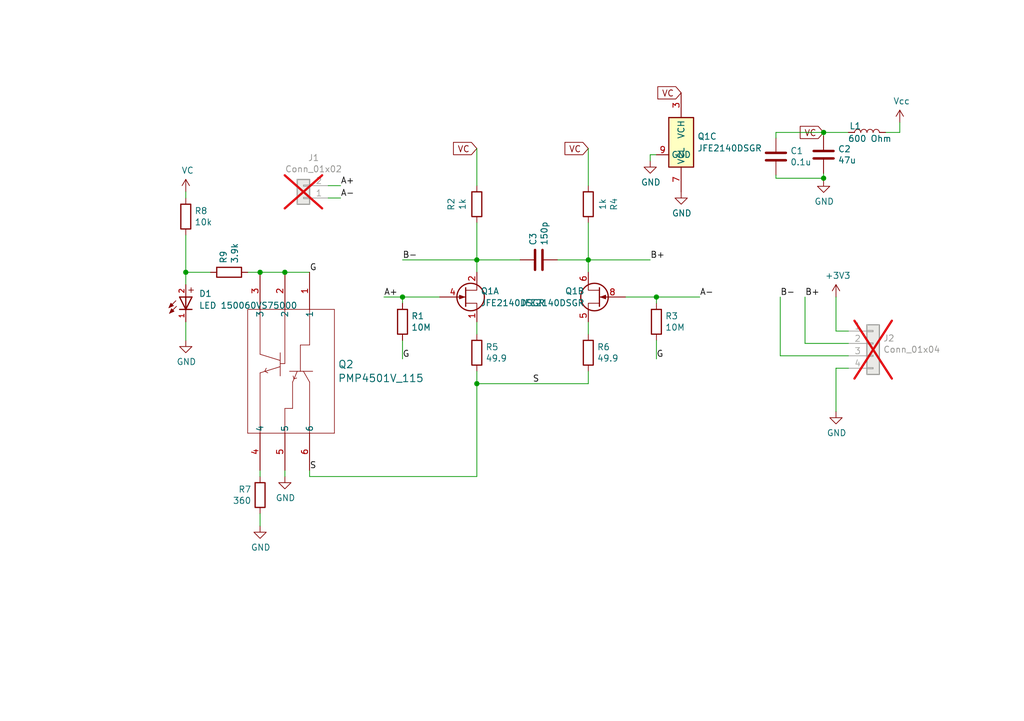
<source format=kicad_sch>
(kicad_sch (version 20231120) (generator "eeschema") (generator_version "8.0")
  (paper "A5")
  (title_block (title "PreAmp") (date "2024-06-08") (rev "V5") (company "WMXZ"))
  (lib_symbols
    (symbol "Connector_Generic:Conn_01x02" (pin_names (offset 1.016) hide)
      (property "Reference" "J" (at 0 2.54 0))
      (property "Value" "Conn_01x02" (at 0 -5.08 0))
      (symbol "Conn_01x02_1_1"
        (rectangle (start -1.27 -2.413) (end 0 -2.667) (stroke (width 0.1524)))
        (rectangle (start -1.27 0.127) (end 0 -0.127) (stroke (width 0.1524)))
        (rectangle (start -1.27 1.27) (end 1.27 -3.81) (stroke (width 0.254)) (fill (type background)))
        (pin passive line (at -5.08 0 0) (length 3.81) (name "Pin_1") (number "1"))
        (pin passive line (at -5.08 -2.54 0) (length 3.81) (name "Pin_2") (number "2"))
      )
    )
    (symbol "Connector_Generic:Conn_01x04" (pin_names (offset 1.016) hide)
      (property "Reference" "J" (at 0 5.08 0))
      (property "Value" "Conn_01x04" (at 0 -7.62 0))
      (symbol "Conn_01x04_1_1"
        (rectangle (start -1.27 -4.953) (end 0 -5.207) (stroke (width 0.1524)))
        (rectangle (start -1.27 -2.413) (end 0 -2.667) (stroke (width 0.1524)))
        (rectangle (start -1.27 0.127) (end 0 -0.127) (stroke (width 0.1524)))
        (rectangle (start -1.27 2.667) (end 0 2.413) (stroke (width 0.1524)))
        (rectangle (start -1.27 3.81) (end 1.27 -6.35) (stroke (width 0.254)) (fill (type background)))
        (pin passive line (at -5.08 2.54 0) (length 3.81) (name "Pin_1") (number "1"))
        (pin passive line (at -5.08 0 0) (length 3.81) (name "Pin_2") (number "2"))
        (pin passive line (at -5.08 -2.54 0) (length 3.81) (name "Pin_3") (number "3"))
        (pin passive line (at -5.08 -5.08 0) (length 3.81) (name "Pin_4") (number "4"))
      )
    )
    (symbol "Device:C" (pin_numbers hide) (pin_names (offset 0.254))
      (property "Reference" "C" (at 0.635 2.54 0))
      (property "Value" "C" (at 0.635 -2.54 0))
      (symbol "C_0_1"
        (polyline (pts (xy -2.032 -0.762) (xy 2.032 -0.762)) (stroke (width 0.508)))
        (polyline (pts (xy -2.032 0.762) (xy 2.032 0.762)) (stroke (width 0.508)))
      )
      (symbol "C_1_1"
        (pin passive line (at 0 3.81 270) (length 2.794) (name "~") (number "1"))
        (pin passive line (at 0 -3.81 90) (length 2.794) (name "~") (number "2"))
      )
    )
    (symbol "Device:L" (pin_numbers hide) (pin_names (offset 1.016) hide)
      (property "Reference" "L" (at -1.27 0 90))
      (property "Value" "L" (at 1.905 0 90))
      (symbol "L_0_1"
        (arc (start 0 -2.54) (mid 0.6323 -1.905) (end 0 -1.27))
        (arc (start 0 -1.27) (mid 0.6323 -0.635) (end 0 0))
        (arc (start 0 0) (mid 0.6323 0.635) (end 0 1.27))
        (arc (start 0 1.27) (mid 0.6323 1.905) (end 0 2.54))
      )
      (symbol "L_1_1"
        (pin passive line (at 0 3.81 270) (length 1.27) (name "1") (number "1"))
        (pin passive line (at 0 -3.81 90) (length 1.27) (name "2") (number "2"))
      )
    )
    (symbol "Device:R" (pin_numbers hide) (pin_names (offset 0))
      (property "Reference" "R" (at 2.032 0 90))
      (property "Value" "R" (at 0 0 90))
      (symbol "R_0_1"
        (rectangle (start -1.016 -2.54) (end 1.016 2.54) (stroke (width 0.254)))
      )
      (symbol "R_1_1"
        (pin passive line (at 0 3.81 270) (length 1.27) (name "~") (number "1"))
        (pin passive line (at 0 -3.81 90) (length 1.27) (name "~") (number "2"))
      )
    )
    (symbol "JFE2140D_1"
      (property "Reference" "Q1" (at 3.302 1.2122 0))
      (property "Value" "JFE2140DSGR" (at 3.302 -1.2121 0))
      (symbol "JFE2140D_1_1_1"
        (polyline (pts (xy 0.254 1.905) (xy 0.254 -1.905) (xy 0.254 -1.905)) (stroke (width 0.254)))
        (polyline (pts (xy 2.54 -2.54) (xy 2.54 -1.27) (xy 0.254 -1.27)))
        (polyline (pts (xy 2.54 2.54) (xy 2.54 1.397) (xy 0.254 1.397)))
        (polyline (pts (xy 0 0) (xy -1.016 0.381) (xy -1.016 -0.381) (xy 0 0)) (fill (type outline)))
        (circle (center 1.27 0) (radius 2.8194) (stroke (width 0.254)))
        (pin passive line (at 2.54 -5.08 90) (length 2.54) (name "~") (number "1"))
        (pin passive line (at 2.54 5.08 270) (length 2.54) (name "~") (number "2"))
        (pin input line (at -5.08 0 0) (length 5.334) (name "~") (number "4"))
      )
      (symbol "JFE2140D_1_2_1"
        (polyline (pts (xy 0.254 1.905) (xy 0.254 -1.905) (xy 0.254 -1.905)) (stroke (width 0.254)))
        (polyline (pts (xy 2.54 -2.54) (xy 2.54 -1.27) (xy 0.254 -1.27)))
        (polyline (pts (xy 2.54 2.54) (xy 2.54 1.397) (xy 0.254 1.397)))
        (polyline (pts (xy 0 0) (xy -1.016 0.381) (xy -1.016 -0.381) (xy 0 0)) (fill (type outline)))
        (circle (center 1.27 0) (radius 2.8194) (stroke (width 0.254)))
        (pin passive line (at 2.54 -5.08 90) (length 2.54) (name "~") (number "5"))
        (pin passive line (at 2.54 5.08 270) (length 2.54) (name "~") (number "6"))
        (pin input line (at -5.08 0 0) (length 5.334) (name "~") (number "8"))
      )
      (symbol "JFE2140D_1_3_0"
        (pin passive line (at 0 10.16 270) (length 5.08) (name "VCH") (number "3"))
        (pin passive line (at 0 -10.16 90) (length 5.08) (name "VCL") (number "7"))
      )
      (symbol "JFE2140D_1_3_1"
        (rectangle (start -2.54 5.08) (end 2.54 -5.08) (stroke (width 0.254)) (fill (type background)))
        (pin power_out line (at -5.08 -2.54 0) (length 2.54) (name "GND") (number "9"))
      )
    )
    (symbol "JFE2140D_2"
      (property "Reference" "Q1" (at 3.302 1.2122 0))
      (property "Value" "JFE2140DSGR" (at 3.302 -1.2121 0))
      (symbol "JFE2140D_2_1_1"
        (polyline (pts (xy 0.254 1.905) (xy 0.254 -1.905) (xy 0.254 -1.905)) (stroke (width 0.254)))
        (polyline (pts (xy 2.54 -2.54) (xy 2.54 -1.27) (xy 0.254 -1.27)))
        (polyline (pts (xy 2.54 2.54) (xy 2.54 1.397) (xy 0.254 1.397)))
        (polyline (pts (xy 0 0) (xy -1.016 0.381) (xy -1.016 -0.381) (xy 0 0)) (fill (type outline)))
        (circle (center 1.27 0) (radius 2.8194) (stroke (width 0.254)))
        (pin passive line (at 2.54 -5.08 90) (length 2.54) (name "~") (number "1"))
        (pin passive line (at 2.54 5.08 270) (length 2.54) (name "~") (number "2"))
        (pin input line (at -5.08 0 0) (length 5.334) (name "~") (number "4"))
      )
      (symbol "JFE2140D_2_2_1"
        (polyline (pts (xy 0.254 1.905) (xy 0.254 -1.905) (xy 0.254 -1.905)) (stroke (width 0.254)))
        (polyline (pts (xy 2.54 -2.54) (xy 2.54 -1.27) (xy 0.254 -1.27)))
        (polyline (pts (xy 2.54 2.54) (xy 2.54 1.397) (xy 0.254 1.397)))
        (polyline (pts (xy 0 0) (xy -1.016 0.381) (xy -1.016 -0.381) (xy 0 0)) (fill (type outline)))
        (circle (center 1.27 0) (radius 2.8194) (stroke (width 0.254)))
        (pin passive line (at 2.54 -5.08 90) (length 2.54) (name "~") (number "5"))
        (pin passive line (at 2.54 5.08 270) (length 2.54) (name "~") (number "6"))
        (pin input line (at -5.08 0 0) (length 5.334) (name "~") (number "8"))
      )
      (symbol "JFE2140D_2_3_0"
        (pin passive line (at 0 10.16 270) (length 5.08) (name "VCH") (number "3"))
        (pin passive line (at 0 -10.16 90) (length 5.08) (name "VCL") (number "7"))
      )
      (symbol "JFE2140D_2_3_1"
        (rectangle (start -2.54 5.08) (end 2.54 -5.08) (stroke (width 0.254)) (fill (type background)))
        (pin power_out line (at -5.08 -2.54 0) (length 2.54) (name "GND") (number "9"))
      )
    )
    (symbol "PreampV4-rescue:+3.3V-power" (power) (pin_names (offset 0))
      (property "Value" "+3.3V-power" (at 0 3.556 0))
      (symbol "+3.3V-power_0_1"
        (polyline (pts (xy -0.762 1.27) (xy 0 2.54)))
        (polyline (pts (xy 0 0) (xy 0 2.54)))
        (polyline (pts (xy 0 2.54) (xy 0.762 1.27)))
      )
      (symbol "+3.3V-power_1_1"
        (pin power_in line (at 0 0 90) (length 0) hide (name "+3V3") (number "1"))
      )
    )
    (symbol "Transistor_FET:JFE2140D"
      (property "Reference" "Q1" (at 3.302 1.2122 0))
      (property "Value" "JFE2140DSGR" (at 3.302 -1.2121 0))
      (symbol "JFE2140D_1_1"
        (polyline (pts (xy 0.254 1.905) (xy 0.254 -1.905) (xy 0.254 -1.905)) (stroke (width 0.254)))
        (polyline (pts (xy 2.54 -2.54) (xy 2.54 -1.27) (xy 0.254 -1.27)))
        (polyline (pts (xy 2.54 2.54) (xy 2.54 1.397) (xy 0.254 1.397)))
        (polyline (pts (xy 0 0) (xy -1.016 0.381) (xy -1.016 -0.381) (xy 0 0)) (fill (type outline)))
        (circle (center 1.27 0) (radius 2.8194) (stroke (width 0.254)))
        (pin passive line (at 2.54 -5.08 90) (length 2.54) (name "~") (number "1"))
        (pin passive line (at 2.54 5.08 270) (length 2.54) (name "~") (number "2"))
        (pin input line (at -5.08 0 0) (length 5.334) (name "~") (number "4"))
      )
      (symbol "JFE2140D_2_1"
        (polyline (pts (xy 0.254 1.905) (xy 0.254 -1.905) (xy 0.254 -1.905)) (stroke (width 0.254)))
        (polyline (pts (xy 2.54 -2.54) (xy 2.54 -1.27) (xy 0.254 -1.27)))
        (polyline (pts (xy 2.54 2.54) (xy 2.54 1.397) (xy 0.254 1.397)))
        (polyline (pts (xy 0 0) (xy -1.016 0.381) (xy -1.016 -0.381) (xy 0 0)) (fill (type outline)))
        (circle (center 1.27 0) (radius 2.8194) (stroke (width 0.254)))
        (pin passive line (at 2.54 -5.08 90) (length 2.54) (name "~") (number "5"))
        (pin passive line (at 2.54 5.08 270) (length 2.54) (name "~") (number "6"))
        (pin input line (at -5.08 0 0) (length 5.334) (name "~") (number "8"))
      )
      (symbol "JFE2140D_3_0"
        (pin passive line (at 0 10.16 270) (length 5.08) (name "VCH") (number "3"))
        (pin passive line (at 0 -10.16 90) (length 5.08) (name "VCL") (number "7"))
      )
      (symbol "JFE2140D_3_1"
        (rectangle (start -2.54 5.08) (end 2.54 -5.08) (stroke (width 0.254)) (fill (type background)))
        (pin power_out line (at -5.08 -2.54 0) (length 2.54) (name "GND") (number "9"))
      )
    )
    (symbol "mlibrary:WL-SMCW_0603" (pin_names (offset 1.016))
      (property "Reference" "D" (at -1.988 3.972 0))
      (property "Value" "WL-SMCW_0603" (at -2.628 -3.928 0))
      (symbol "WL-SMCW_0603_0_0"
        (polyline (pts (xy 0 -1.27) (xy 0 0)) (stroke (width 0.254)))
        (polyline (pts (xy 0 0) (xy 0 1.27)) (stroke (width 0.254)))
        (polyline (pts (xy 0 0) (xy 2.54 0)) (stroke (width 0.254)))
        (polyline (pts (xy 0 0) (xy 2.54 1.27)) (stroke (width 0.254)))
        (polyline (pts (xy 0.635 1.905) (xy -0.762 3.302)) (stroke (width 0.1524)))
        (polyline (pts (xy 1.778 2.032) (xy 0.381 3.429)) (stroke (width 0.1524)))
        (polyline (pts (xy 2.54 -1.27) (xy 0 0)) (stroke (width 0.254)))
        (polyline (pts (xy 2.54 -1.27) (xy 2.54 0)) (stroke (width 0.254)))
        (polyline (pts (xy 2.54 0) (xy 2.54 1.27)) (stroke (width 0.254)))
        (polyline (pts (xy -0.762 3.302) (xy 0.127 2.921) (xy -0.381 2.413) (xy -0.762 3.302)) (stroke (width 0.1524)) (fill (type outline)))
        (polyline (pts (xy 0.381 3.429) (xy 1.27 3.048) (xy 0.762 2.54) (xy 0.381 3.429)) (stroke (width 0.1524)) (fill (type outline)))
        (text "+" (at 3.08 -1.74 0) (effects (font (size 1.27 1.27)) (justify left bottom)))
        (pin passive line (at -2.54 0 0) (length 2.54) (name "~") (number "1"))
        (pin passive line (at 5.08 0 180) (length 2.54) (name "~") (number "2"))
      )
    )
    (symbol "mySymbols:PMP4201V_115" (pin_names (offset 0.254))
      (property "Reference" "Q" (at 20.32 10.16 0))
      (property "Value" "PMP4201V_115" (at 20.32 7.62 0))
      (symbol "PMP4201V_115_0_1"
        (polyline (pts (xy 7.62 -12.7) (xy 33.02 -12.7)) (stroke (width 0.127)))
        (polyline (pts (xy 7.62 -10.16) (xy 16.8275 -10.16)) (stroke (width 0.127)))
        (polyline (pts (xy 7.62 -5.08) (xy 18.7325 -5.08)) (stroke (width 0.127)))
        (polyline (pts (xy 7.62 0) (xy 14.9225 0)) (stroke (width 0.127)))
        (polyline (pts (xy 7.62 5.08) (xy 7.62 -12.7)) (stroke (width 0.127)))
        (polyline (pts (xy 14.9225 -1.905) (xy 20.32 -1.905)) (stroke (width 0.127)))
        (polyline (pts (xy 14.9225 0) (xy 14.9225 -1.905)) (stroke (width 0.127)))
        (polyline (pts (xy 16.51 -6.0325) (xy 21.2725 -6.0325)) (stroke (width 0.127)))
        (polyline (pts (xy 16.8275 -10.16) (xy 18.0975 -6.0325)) (stroke (width 0.127)))
        (polyline (pts (xy 18.7325 -6.0325) (xy 18.7325 -5.08)) (stroke (width 0.127)))
        (polyline (pts (xy 19.3675 -6.0325) (xy 20.6375 -10.16)) (stroke (width 0.127)))
        (polyline (pts (xy 20.32 -9.2075) (xy 19.685 -8.89)) (stroke (width 0.127)))
        (polyline (pts (xy 20.32 -9.2075) (xy 20.6375 -8.5725)) (stroke (width 0.127)))
        (polyline (pts (xy 20.32 -2.54) (xy 22.5425 -3.4925)) (stroke (width 0.127)))
        (polyline (pts (xy 20.32 -1.27) (xy 22.5425 0)) (stroke (width 0.127)))
        (polyline (pts (xy 20.32 0.635) (xy 20.32 -4.1275)) (stroke (width 0.127)))
        (polyline (pts (xy 20.6375 -10.16) (xy 33.02 -10.16)) (stroke (width 0.127)))
        (polyline (pts (xy 21.8567 -3.2131) (xy 21.2725 -3.3909)) (stroke (width 0.127)))
        (polyline (pts (xy 21.8567 -3.1877) (xy 21.7043 -2.6543)) (stroke (width 0.127)))
        (polyline (pts (xy 22.5425 -3.4925) (xy 27.94 -3.4925)) (stroke (width 0.127)))
        (polyline (pts (xy 22.5425 0) (xy 33.02 0)) (stroke (width 0.127)))
        (polyline (pts (xy 27.94 -5.08) (xy 27.94 -3.4925)) (stroke (width 0.127)))
        (polyline (pts (xy 33.02 -12.7) (xy 33.02 5.08)) (stroke (width 0.127)))
        (polyline (pts (xy 33.02 -5.08) (xy 27.94 -5.08)) (stroke (width 0.127)))
        (polyline (pts (xy 33.02 5.08) (xy 7.62 5.08)) (stroke (width 0.127)))
        (pin unspecified line (at 0 0 0) (length 7.62) (name "1") (number "1"))
        (pin unspecified line (at 0 -5.08 0) (length 7.62) (name "2") (number "2"))
        (pin unspecified line (at 0 -10.16 0) (length 7.62) (name "3") (number "3"))
        (pin unspecified line (at 40.64 -10.16 180) (length 7.62) (name "4") (number "4"))
        (pin unspecified line (at 40.64 -5.08 180) (length 7.62) (name "5") (number "5"))
        (pin unspecified line (at 40.64 0 180) (length 7.62) (name "6") (number "6"))
      )
    )
    (symbol "power:GND" (power) (pin_names (offset 0))
      (property "Value" "GND" (at 0 -3.81 0))
      (symbol "GND_0_1"
        (polyline (pts (xy 0 0) (xy 0 -1.27) (xy 1.27 -1.27) (xy 0 -2.54) (xy -1.27 -1.27) (xy 0 -1.27)))
      )
      (symbol "GND_1_1"
        (pin power_in line (at 0 0 270) (length 0) hide (name "GND") (number "1"))
      )
    )
  )
  (junction (at 120.65 53.34))
  (junction (at 97.79 78.74))
  (junction (at 58.42 55.88))
  (junction (at 168.91 36.576))
  (junction (at 38.1 55.88))
  (junction (at 82.55 60.96))
  (junction (at 168.91 27.178))
  (junction (at 134.62 60.96))
  (junction (at 97.79 53.34))
  (junction (at 53.34 55.88))
  (wire (pts (xy 134.62 60.96) (xy 143.51 60.96)))
  (wire (pts (xy 114.3 53.34) (xy 120.65 53.34)))
  (wire (pts (xy 184.531 27.178) (xy 184.531 25.146)))
  (wire (pts (xy 181.61 27.178) (xy 184.531 27.178)))
  (wire (pts (xy 97.79 97.79) (xy 63.5 97.79)))
  (wire (pts (xy 173.99 70.485) (xy 165.1 70.485)))
  (wire (pts (xy 120.65 53.34) (xy 120.65 55.88)))
  (wire (pts (xy 58.42 55.88) (xy 53.34 55.88)))
  (wire (pts (xy 53.34 105.41) (xy 53.34 107.95)))
  (wire (pts (xy 63.5 55.88) (xy 58.42 55.88)))
  (wire (pts (xy 78.74 60.96) (xy 82.55 60.96)))
  (wire (pts (xy 97.79 78.74) (xy 120.65 78.74)))
  (wire (pts (xy 82.55 60.96) (xy 82.55 62.23)))
  (wire (pts (xy 134.62 31.75) (xy 133.35 31.75)))
  (wire (pts (xy 159.131 35.941) (xy 159.131 36.576)))
  (wire (pts (xy 82.55 69.85) (xy 82.55 73.66)))
  (wire (pts (xy 82.55 53.34) (xy 97.79 53.34)))
  (wire (pts (xy 120.65 76.2) (xy 120.65 78.74)))
  (wire (pts (xy 168.91 36.957) (xy 168.91 36.576)))
  (wire (pts (xy 173.99 67.945) (xy 171.45 67.945)))
  (wire (pts (xy 159.131 36.576) (xy 168.91 36.576)))
  (wire (pts (xy 97.79 53.34) (xy 97.79 55.88)))
  (wire (pts (xy 67.31 40.64) (xy 69.85 40.64)))
  (wire (pts (xy 168.91 27.94) (xy 168.91 27.178)))
  (wire (pts (xy 160.02 60.96) (xy 160.02 73.025)))
  (wire (pts (xy 97.79 30.48) (xy 97.79 38.1)))
  (wire (pts (xy 159.131 27.178) (xy 159.131 28.321)))
  (wire (pts (xy 38.1 55.88) (xy 38.1 58.42)))
  (wire (pts (xy 38.1 66.04) (xy 38.1 69.85)))
  (wire (pts (xy 171.45 84.455) (xy 171.45 75.565)))
  (wire (pts (xy 97.79 45.72) (xy 97.79 53.34)))
  (wire (pts (xy 58.42 96.52) (xy 58.42 97.79)))
  (wire (pts (xy 171.45 60.96) (xy 171.45 67.945)))
  (wire (pts (xy 97.79 97.79) (xy 97.79 78.74)))
  (wire (pts (xy 159.131 27.178) (xy 168.91 27.178)))
  (wire (pts (xy 50.8 55.88) (xy 53.34 55.88)))
  (wire (pts (xy 160.02 73.025) (xy 173.99 73.025)))
  (wire (pts (xy 134.62 69.85) (xy 134.62 73.66)))
  (wire (pts (xy 120.65 45.72) (xy 120.65 53.34)))
  (wire (pts (xy 63.5 96.52) (xy 63.5 97.79)))
  (wire (pts (xy 97.79 66.04) (xy 97.79 68.58)))
  (wire (pts (xy 120.65 30.48) (xy 120.65 38.1)))
  (wire (pts (xy 67.31 38.1) (xy 69.85 38.1)))
  (wire (pts (xy 97.79 53.34) (xy 106.68 53.34)))
  (wire (pts (xy 168.91 36.576) (xy 168.91 35.56)))
  (wire (pts (xy 165.1 70.485) (xy 165.1 60.96)))
  (wire (pts (xy 82.55 60.96) (xy 90.17 60.96)))
  (wire (pts (xy 38.1 55.88) (xy 43.18 55.88)))
  (wire (pts (xy 120.65 53.34) (xy 133.35 53.34)))
  (wire (pts (xy 53.34 97.79) (xy 53.34 96.52)))
  (wire (pts (xy 38.1 48.26) (xy 38.1 55.88)))
  (wire (pts (xy 38.1 39.37) (xy 38.1 40.64)))
  (wire (pts (xy 173.99 75.565) (xy 171.45 75.565)))
  (wire (pts (xy 173.99 27.178) (xy 168.91 27.178)))
  (wire (pts (xy 128.27 60.96) (xy 134.62 60.96)))
  (wire (pts (xy 133.35 31.75) (xy 133.35 33.02)))
  (wire (pts (xy 120.65 68.58) (xy 120.65 66.04)))
  (wire (pts (xy 134.62 60.96) (xy 134.62 62.23)))
  (wire (pts (xy 97.79 76.2) (xy 97.79 78.74)))
  (label "B+" (at 165.1 60.96 0))
  (label "A-" (at 143.51 60.96 0))
  (label "B-" (at 160.02 60.96 0))
  (label "A+" (at 69.85 38.1 0))
  (label "S" (at 109.22 78.74 0))
  (label "G" (at 134.62 73.66 0))
  (label "G" (at 63.5 55.88 0))
  (label "G" (at 82.55 73.66 0))
  (label "B-" (at 82.55 53.34 0))
  (label "B+" (at 133.35 53.34 0))
  (label "A-" (at 69.85 40.64 0))
  (label "A+" (at 78.74 60.96 0))
  (label "S" (at 63.5 96.52 0))
  (global_label "VC" (shape input) (at 120.65 30.48 180) (property "Intersheetrefs" "${INTERSHEET_REFS}" (effects (hide yes))))
  (global_label "VC" (shape input) (at 139.7 19.05 180) (property "Intersheetrefs" "${INTERSHEET_REFS}" (effects (hide yes))))
  (global_label "VC" (shape input) (at 97.79 30.48 180) (property "Intersheetrefs" "${INTERSHEET_REFS}" (effects (hide yes))))
  (global_label "VC" (shape input) (at 168.91 27.178 180) (property "Intersheetrefs" "${INTERSHEET_REFS}" (effects (hide yes))))
  (symbol (lib_id "Device:L") (at 177.8 27.178 90) (unit 1)
    (property "Reference" "L1" (at 176.6316 25.8572 90) (effects (justify left)))
    (property "Value" "600 Ohm" (at 182.88 28.448 90) (effects (justify left)))
    (property "Footprint" "Inductor_SMD:L_0603_1608Metric" (effects (hide yes)))
  )
  (symbol (lib_id "Device:C") (at 168.91 31.75 0) (unit 1)
    (property "Reference" "C2" (at 171.831 30.5816 0) (effects (justify left)))
    (property "Value" "47u" (at 171.831 32.893 0) (effects (justify left)))
    (property "Footprint" "Capacitor_SMD:C_0805_2012Metric" (effects (hide yes)))
  )
  (symbol (lib_id "PreampV4-rescue:+3.3V-power") (at 184.531 25.146 0) (unit 1)
    (property "Reference" "#PWR02" (effects (hide yes)))
    (property "Value" "Vcc" (at 184.912 20.7518 0))
  )
  (symbol (lib_id "power:GND") (at 168.91 36.957 0) (unit 1)
    (property "Reference" "#PWR01" (effects (hide yes)))
    (property "Value" "GND" (at 169.037 41.3512 0))
  )
  (symbol (lib_id "Connector_Generic:Conn_01x02") (at 62.23 40.64 180) (unit 1) (dnp yes)
    (property "Reference" "J1" (at 64.3128 32.385 0))
    (property "Value" "Conn_01x02" (at 64.3128 34.6964 0))
    (property "Footprint" "Connector_PinHeader_1.27mm:PinHeader_1x02_P1.27mm_Vertical" (effects (hide yes)))
  )
  (symbol (lib_id "Connector_Generic:Conn_01x04") (at 179.07 70.485 0) (unit 1) (dnp yes)
    (property "Reference" "J2" (at 181.102 69.4182 0) (effects (justify left)))
    (property "Value" "Conn_01x04" (at 181.102 71.7296 0) (effects (justify left)))
    (property "Footprint" "Connector_PinHeader_1.27mm:PinHeader_1x04_P1.27mm_Vertical" (effects (hide yes)))
  )
  (symbol (lib_id "Device:C") (at 110.49 53.34 90) (unit 1)
    (property "Reference" "C3" (at 109.3216 50.419 0) (effects (justify left)))
    (property "Value" "150p" (at 111.633 50.419 0) (effects (justify left)))
    (property "Footprint" "Capacitor_SMD:C_0402_1005Metric" (effects (hide yes)))
  )
  (symbol (lib_id "Device:R") (at 97.79 41.91 180) (unit 1)
    (property "Reference" "R2" (at 92.5322 41.91 90))
    (property "Value" "1k" (at 94.8436 41.91 90))
    (property "Footprint" "Resistor_SMD:R_0402_1005Metric" (effects (hide yes)))
  )
  (symbol (lib_id "Device:R") (at 82.55 66.04 0) (unit 1)
    (property "Reference" "R1" (at 84.328 64.8716 0) (effects (justify left)))
    (property "Value" "10M" (at 84.328 67.183 0) (effects (justify left)))
    (property "Footprint" "Resistor_SMD:R_0402_1005Metric" (effects (hide yes)))
  )
  (symbol (lib_id "Device:R") (at 134.62 66.04 0) (unit 1)
    (property "Reference" "R3" (at 136.398 64.8716 0) (effects (justify left)))
    (property "Value" "10M" (at 136.398 67.183 0) (effects (justify left)))
    (property "Footprint" "Resistor_SMD:R_0402_1005Metric" (effects (hide yes)))
  )
  (symbol (lib_id "Device:R") (at 120.65 41.91 0) (unit 1)
    (property "Reference" "R4" (at 125.9078 41.91 90))
    (property "Value" "1k" (at 123.5964 41.91 90))
    (property "Footprint" "Resistor_SMD:R_0402_1005Metric" (effects (hide yes)))
  )
  (symbol (lib_id "power:GND") (at 171.45 84.455 0) (unit 1)
    (property "Reference" "#PWR08" (effects (hide yes)))
    (property "Value" "GND" (at 171.577 88.8492 0))
  )
  (symbol (lib_id "PreampV4-rescue:+3.3V-power") (at 171.45 60.96 0) (unit 1)
    (property "Reference" "#PWR07" (effects (hide yes)))
    (property "Value" "+3V3" (at 171.831 56.5658 0))
  )
  (symbol (lib_id "Device:R") (at 38.1 44.45 0) (unit 1)
    (property "Reference" "R8" (at 39.878 43.2816 0) (effects (justify left)))
    (property "Value" "10k" (at 39.878 45.593 0) (effects (justify left)))
    (property "Footprint" "Resistor_SMD:R_0402_1005Metric" (effects (hide yes)))
  )
  (symbol (lib_id "Transistor_FET:JFE2140D") (at 95.25 60.96 0) (unit 1)
    (property "Reference" "Q1" (at 98.552 59.7478 0) (effects (justify left)))
    (property "Value" "JFE2140DSGR" (at 98.552 62.1721 0) (effects (justify left)))
    (property "Footprint" "Package_SON:WSON-8-1EP_2x2mm_P0.5mm_EP0.9x1.6mm_ThermalVias" (effects (hide yes)))
    (property "Datasheet" "https://www.ti.com/lit/ds/symlink/jfe2140.pdf" (effects (hide yes)))
    (property "Description" "Ultra-Low Noise, Matched, Dual, Low-Gate Current, Discrete, Audio, N‑Channel JFET, SOIC-8" (effects (hide yes)))
  )
  (symbol (lib_id "power:GND") (at 38.1 69.85 0) (unit 1)
    (property "Reference" "#PWR06" (effects (hide yes)))
    (property "Value" "GND" (at 38.227 74.2442 0))
  )
  (symbol (lib_id "power:GND") (at 58.42 97.79 0) (unit 1)
    (property "Reference" "#PWR05" (effects (hide yes)))
    (property "Value" "GND" (at 58.547 102.1842 0))
  )
  (symbol (lib_id "PreampV4-rescue:+3.3V-power") (at 38.1 39.37 0) (unit 1)
    (property "Reference" "#PWR03" (effects (hide yes)))
    (property "Value" "VC" (at 38.481 34.9758 0))
  )
  (symbol (lib_id "mySymbols:PMP4201V_115") (at 63.5 55.88 270) (unit 1)
    (property "Reference" "Q2" (at 69.2785 74.7835 90) (effects (font (size 1.524 1.524)) (justify left)))
    (property "Value" "PMP4501V_115" (at 69.2785 77.6164 90) (effects (font (size 1.524 1.524)) (justify left)))
    (property "Footprint" "myLibrary:SOT666_NEX" (effects (hide yes)))
    (property "Datasheet" "PMP4201V_115" (effects (hide yes)))
  )
  (symbol (lib_name "JFE2140D_2") (lib_id "Transistor_FET:JFE2140D") (at 123.19 60.96 0) (mirror y) (unit 2)
    (property "Reference" "Q1" (at 119.888 59.7478 0) (effects (justify left)))
    (property "Value" "JFE2140DSGR" (at 119.888 62.1721 0) (effects (justify left)))
    (property "Footprint" "Package_SON:WSON-8-1EP_2x2mm_P0.5mm_EP0.9x1.6mm_ThermalVias" (effects (hide yes)))
    (property "Datasheet" "https://www.ti.com/lit/ds/symlink/jfe2140.pdf" (effects (hide yes)))
    (property "Description" "Ultra-Low Noise, Matched, Dual, Low-Gate Current, Discrete, Audio, N‑Channel JFET, SOIC-8" (effects (hide yes)))
  )
  (symbol (lib_id "mlibrary:WL-SMCW_0603") (at 38.1 63.5 90) (unit 1)
    (property "Reference" "D1" (at 40.7719 60.2695 90) (effects (justify right)))
    (property "Value" "LED 150060VS75000" (at 40.7719 62.6938 90) (effects (justify right)))
    (property "Footprint" "myLibrary:WL-SMCW_0603" (effects (hide yes)))
    (property "Description" "Light emitting diode" (effects (hide yes)))
  )
  (symbol (lib_id "Device:R") (at 46.99 55.88 90) (unit 1)
    (property "Reference" "R9" (at 45.8216 54.102 0) (effects (justify left)))
    (property "Value" "3.9k" (at 48.133 54.102 0) (effects (justify left)))
    (property "Footprint" "Resistor_SMD:R_0402_1005Metric" (effects (hide yes)))
  )
  (symbol (lib_id "Device:R") (at 53.34 101.6 0) (mirror y) (unit 1)
    (property "Reference" "R7" (at 51.562 100.4316 0) (effects (justify left)))
    (property "Value" "360" (at 51.562 102.743 0) (effects (justify left)))
    (property "Footprint" "Resistor_SMD:R_0402_1005Metric" (effects (hide yes)))
  )
  (symbol (lib_id "Device:C") (at 159.131 32.131 0) (unit 1)
    (property "Reference" "C1" (at 162.052 30.9626 0) (effects (justify left)))
    (property "Value" "0.1u" (at 162.052 33.274 0) (effects (justify left)))
    (property "Footprint" "Capacitor_SMD:C_0402_1005Metric" (effects (hide yes)))
  )
  (symbol (lib_name "JFE2140D_1") (lib_id "Transistor_FET:JFE2140D") (at 139.7 29.21 0) (unit 3)
    (property "Reference" "Q1" (at 143.002 27.9978 0) (effects (justify left)))
    (property "Value" "JFE2140DSGR" (at 143.002 30.4221 0) (effects (justify left)))
    (property "Footprint" "Package_SON:WSON-8-1EP_2x2mm_P0.5mm_EP0.9x1.6mm_ThermalVias" (effects (hide yes)))
    (property "Datasheet" "https://www.ti.com/lit/ds/symlink/jfe2140.pdf" (effects (hide yes)))
    (property "Description" "Ultra-Low Noise, Matched, Dual, Low-Gate Current, Discrete, Audio, N‑Channel JFET, SOIC-8" (effects (hide yes)))
  )
  (symbol (lib_id "power:GND") (at 133.35 33.02 0) (unit 1)
    (property "Reference" "#PWR010" (effects (hide yes)))
    (property "Value" "GND" (at 133.477 37.4142 0))
  )
  (symbol (lib_id "Device:R") (at 97.79 72.39 0) (unit 1)
    (property "Reference" "R5" (at 99.568 71.2216 0) (effects (justify left)))
    (property "Value" "49.9" (at 99.568 73.533 0) (effects (justify left)))
    (property "Footprint" "Resistor_SMD:R_0402_1005Metric" (effects (hide yes)))
  )
  (symbol (lib_id "power:GND") (at 53.34 107.95 0) (unit 1)
    (property "Reference" "#PWR04" (effects (hide yes)))
    (property "Value" "GND" (at 53.467 112.3442 0))
  )
  (symbol (lib_id "power:GND") (at 139.7 39.37 0) (unit 1)
    (property "Reference" "#PWR09" (effects (hide yes)))
    (property "Value" "GND" (at 139.827 43.7642 0))
  )
  (symbol (lib_id "Device:R") (at 120.65 72.39 0) (unit 1)
    (property "Reference" "R6" (at 122.428 71.2216 0) (effects (justify left)))
    (property "Value" "49.9" (at 122.428 73.533 0) (effects (justify left)))
    (property "Footprint" "Resistor_SMD:R_0402_1005Metric" (effects (hide yes)))
  )
)
</source>
